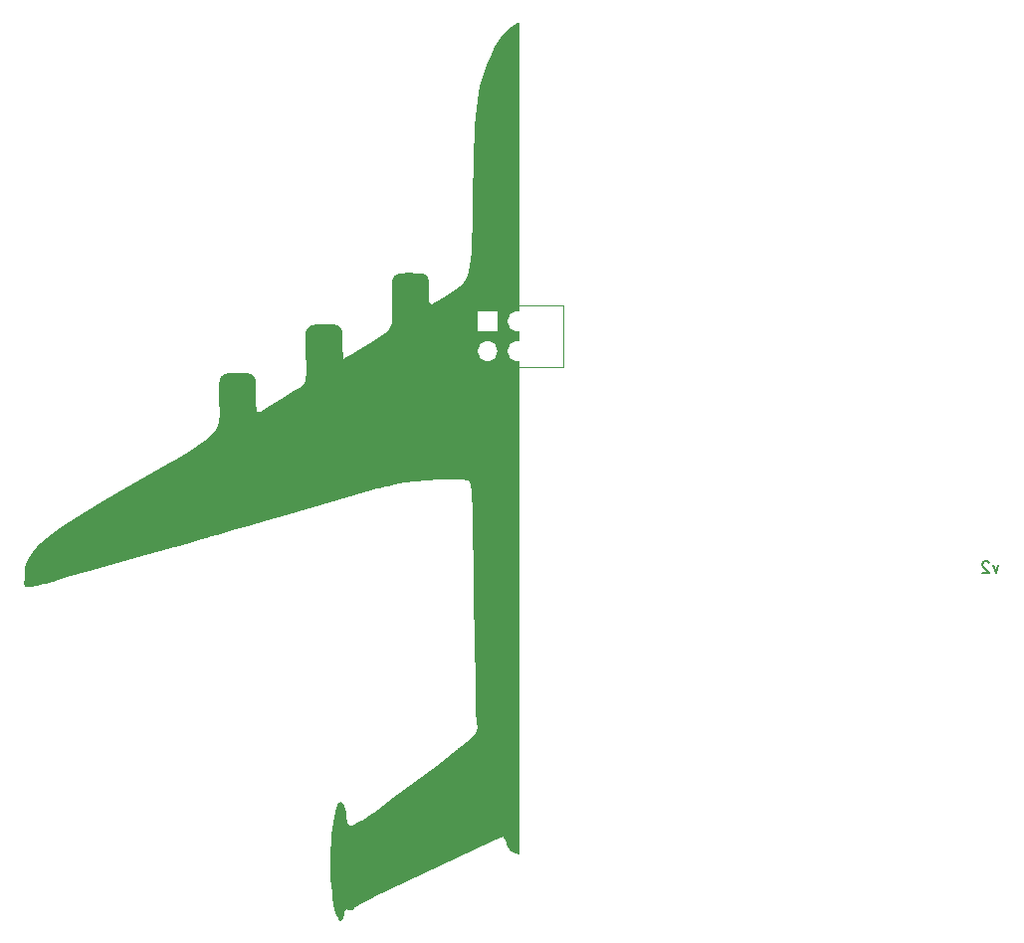
<source format=gbr>
G04 #@! TF.GenerationSoftware,KiCad,Pcbnew,(6.99.0-2452-gdb4f2d9dd8)*
G04 #@! TF.CreationDate,2022-07-20T23:01:19+09:00*
G04 #@! TF.ProjectId,an225,616e3232-352e-46b6-9963-61645f706362,rev?*
G04 #@! TF.SameCoordinates,Original*
G04 #@! TF.FileFunction,Legend,Bot*
G04 #@! TF.FilePolarity,Positive*
%FSLAX46Y46*%
G04 Gerber Fmt 4.6, Leading zero omitted, Abs format (unit mm)*
G04 Created by KiCad (PCBNEW (6.99.0-2452-gdb4f2d9dd8)) date 2022-07-20 23:01:19*
%MOMM*%
%LPD*%
G01*
G04 APERTURE LIST*
%ADD10C,0.150000*%
%ADD11C,0.120000*%
%ADD12R,1.700000X1.700000*%
%ADD13O,1.700000X1.700000*%
G04 APERTURE END LIST*
D10*
G36*
X119964600Y-116488121D02*
G01*
X119933849Y-116481606D01*
X119851254Y-116459116D01*
X119795043Y-116440500D01*
X119731303Y-116416233D01*
X119661845Y-116385764D01*
X119588481Y-116348540D01*
X119513021Y-116304008D01*
X119437277Y-116251617D01*
X119399864Y-116222302D01*
X119363058Y-116190814D01*
X119327087Y-116157086D01*
X119292177Y-116121048D01*
X119258553Y-116082631D01*
X119226443Y-116041765D01*
X119196072Y-115998383D01*
X119167668Y-115952414D01*
X119141455Y-115903790D01*
X119117662Y-115852442D01*
X119096513Y-115798301D01*
X119078237Y-115741298D01*
X119055598Y-115665219D01*
X119031984Y-115591274D01*
X119007587Y-115519845D01*
X118982596Y-115451316D01*
X118957203Y-115386068D01*
X118931599Y-115324485D01*
X118905974Y-115266950D01*
X118880520Y-115213846D01*
X118855427Y-115165556D01*
X118830887Y-115122462D01*
X118807090Y-115084947D01*
X118795529Y-115068402D01*
X118784226Y-115053395D01*
X118773205Y-115039974D01*
X118762488Y-115028188D01*
X118752101Y-115018083D01*
X118742066Y-115009708D01*
X118732408Y-115003111D01*
X118723151Y-114998340D01*
X118714318Y-114995442D01*
X118705933Y-114994465D01*
X118061823Y-115245360D01*
X116588012Y-115909220D01*
X112266026Y-117942898D01*
X107969452Y-120029620D01*
X106527406Y-120759784D01*
X105927767Y-121103505D01*
X105911818Y-121122795D01*
X105895967Y-121140981D01*
X105880209Y-121158064D01*
X105864540Y-121174043D01*
X105848955Y-121188920D01*
X105833449Y-121202695D01*
X105818018Y-121215369D01*
X105802655Y-121226943D01*
X105787357Y-121237417D01*
X105772120Y-121246792D01*
X105756937Y-121255070D01*
X105741804Y-121262250D01*
X105726717Y-121268333D01*
X105711671Y-121273320D01*
X105696660Y-121277213D01*
X105681681Y-121280010D01*
X105666728Y-121281714D01*
X105651796Y-121282325D01*
X105636881Y-121281844D01*
X105621979Y-121280271D01*
X105607083Y-121277607D01*
X105592189Y-121273852D01*
X105577294Y-121269009D01*
X105562390Y-121263076D01*
X105547475Y-121256056D01*
X105532544Y-121247948D01*
X105517590Y-121238754D01*
X105502610Y-121228474D01*
X105487599Y-121217109D01*
X105472552Y-121204659D01*
X105457464Y-121191125D01*
X105442331Y-121176509D01*
X105412453Y-121150035D01*
X105397836Y-121139688D01*
X105383428Y-121131273D01*
X105369226Y-121124797D01*
X105355226Y-121120265D01*
X105341424Y-121117680D01*
X105327815Y-121117050D01*
X105314397Y-121118379D01*
X105301165Y-121121671D01*
X105288116Y-121126934D01*
X105275244Y-121134170D01*
X105262548Y-121143386D01*
X105250022Y-121154588D01*
X105237663Y-121167779D01*
X105225467Y-121182966D01*
X105201549Y-121219345D01*
X105178236Y-121263768D01*
X105155497Y-121316276D01*
X105133301Y-121376910D01*
X105111618Y-121445711D01*
X105090416Y-121522722D01*
X105069664Y-121607983D01*
X105049332Y-121701536D01*
X104972624Y-121980642D01*
X104931247Y-122068985D01*
X104888200Y-122125065D01*
X104843743Y-122150290D01*
X104798134Y-122146068D01*
X104751632Y-122113805D01*
X104704497Y-122054911D01*
X104609365Y-121862857D01*
X104514810Y-121581167D01*
X104422905Y-121221104D01*
X104335723Y-120793928D01*
X104255339Y-120310903D01*
X104183825Y-119783290D01*
X104123254Y-119222350D01*
X104075700Y-118639345D01*
X104043235Y-118045538D01*
X104027934Y-117452190D01*
X104031870Y-116870563D01*
X104057115Y-116311918D01*
X104110098Y-115612383D01*
X104170353Y-114972092D01*
X104237000Y-114393142D01*
X104309154Y-113877626D01*
X104385932Y-113427641D01*
X104466453Y-113045281D01*
X104507841Y-112880115D01*
X104549834Y-112732642D01*
X104592320Y-112603122D01*
X104635190Y-112491818D01*
X104678334Y-112398991D01*
X104721641Y-112324904D01*
X104765000Y-112269819D01*
X104808302Y-112233997D01*
X104851435Y-112217700D01*
X104872905Y-112216955D01*
X104894291Y-112221190D01*
X104936758Y-112244729D01*
X104978725Y-112288579D01*
X105020083Y-112353002D01*
X105060722Y-112438259D01*
X105100530Y-112544613D01*
X105139398Y-112672326D01*
X105177215Y-112821658D01*
X105213871Y-112992873D01*
X105249256Y-113186232D01*
X105283258Y-113401997D01*
X105361652Y-113854206D01*
X105414893Y-114021021D01*
X105448738Y-114087812D01*
X105488817Y-114142841D01*
X105536189Y-114185597D01*
X105591917Y-114215566D01*
X105657062Y-114232236D01*
X105732685Y-114235095D01*
X105819848Y-114223629D01*
X105919612Y-114197326D01*
X106161190Y-114098158D01*
X106465911Y-113933490D01*
X106842266Y-113699222D01*
X107298747Y-113391252D01*
X107843846Y-113005479D01*
X109233864Y-111984121D01*
X111080254Y-110602337D01*
X112925953Y-109216005D01*
X113672122Y-108651518D01*
X114311137Y-108162800D01*
X114592953Y-107944507D01*
X114850971Y-107742338D01*
X115086187Y-107555355D01*
X115299598Y-107382619D01*
X115492200Y-107223190D01*
X115664991Y-107076129D01*
X115818967Y-106940497D01*
X115955125Y-106815355D01*
X116074461Y-106699764D01*
X116177973Y-106592785D01*
X116266657Y-106493478D01*
X116341509Y-106400905D01*
X116403527Y-106314126D01*
X116453707Y-106232202D01*
X116474670Y-106192767D01*
X116493046Y-106154194D01*
X116508962Y-106116365D01*
X116522541Y-106079163D01*
X116533908Y-106042470D01*
X116543188Y-106006170D01*
X116555984Y-105934275D01*
X116561926Y-105862539D01*
X116562011Y-105790024D01*
X116557235Y-105715790D01*
X116548595Y-105638898D01*
X116523709Y-105473384D01*
X116456358Y-104326334D01*
X116383213Y-101893970D01*
X116313097Y-98533063D01*
X116254833Y-94600384D01*
X116214219Y-91319893D01*
X116195649Y-89992653D01*
X116176919Y-88854672D01*
X116167185Y-88352104D01*
X116157039Y-87891391D01*
X116146359Y-87470714D01*
X116135020Y-87088253D01*
X116122899Y-86742188D01*
X116109873Y-86430699D01*
X116095817Y-86151967D01*
X116080608Y-85904171D01*
X116064123Y-85685491D01*
X116046237Y-85494109D01*
X116026828Y-85328204D01*
X116016513Y-85254237D01*
X116005771Y-85185957D01*
X115994586Y-85123136D01*
X115982943Y-85065546D01*
X115970826Y-85012962D01*
X115958220Y-84965154D01*
X115945109Y-84921896D01*
X115931478Y-84882960D01*
X115917312Y-84848118D01*
X115902594Y-84817144D01*
X115887311Y-84789809D01*
X115871445Y-84765886D01*
X115854982Y-84745148D01*
X115837906Y-84727367D01*
X115820202Y-84712316D01*
X115801854Y-84699767D01*
X115782847Y-84689493D01*
X115763166Y-84681266D01*
X115742794Y-84674858D01*
X115721717Y-84670043D01*
X115699919Y-84666593D01*
X115677384Y-84664281D01*
X115630043Y-84662158D01*
X115579572Y-84661854D01*
X115270940Y-84635437D01*
X114913257Y-84617474D01*
X114080250Y-84606213D01*
X113139579Y-84626673D01*
X112150272Y-84677453D01*
X111171357Y-84757153D01*
X110261862Y-84864374D01*
X109851592Y-84927868D01*
X109480814Y-84997717D01*
X109156904Y-85073747D01*
X108887241Y-85155781D01*
X108739084Y-85192021D01*
X108597398Y-85229484D01*
X108338125Y-85302267D01*
X108222885Y-85334683D01*
X108118806Y-85362512D01*
X108027062Y-85384301D01*
X107986182Y-85392477D01*
X107948825Y-85398598D01*
X100153920Y-87648208D01*
X98889389Y-88018931D01*
X97788671Y-88337649D01*
X96969971Y-88570404D01*
X96551494Y-88683235D01*
X96281284Y-88753110D01*
X95866273Y-88868918D01*
X95363014Y-89014556D01*
X94828055Y-89173926D01*
X94306869Y-89329469D01*
X93841116Y-89464696D01*
X93481617Y-89565097D01*
X93357594Y-89597701D01*
X93279193Y-89616157D01*
X93072061Y-89668589D01*
X92699739Y-89772718D01*
X92215008Y-89913462D01*
X91670648Y-90075743D01*
X91127127Y-90237903D01*
X90644678Y-90378313D01*
X90275733Y-90481945D01*
X90150209Y-90515273D01*
X90072724Y-90533772D01*
X88213681Y-91049721D01*
X84093222Y-92219011D01*
X81912520Y-92842771D01*
X81050094Y-93088705D01*
X80324128Y-93293068D01*
X79723004Y-93457659D01*
X79465627Y-93525600D01*
X79235103Y-93584272D01*
X79029982Y-93633898D01*
X78848809Y-93674703D01*
X78690133Y-93706913D01*
X78552502Y-93730750D01*
X78434464Y-93746440D01*
X78334566Y-93754208D01*
X78251355Y-93754277D01*
X78215554Y-93751495D01*
X78183381Y-93746873D01*
X78154653Y-93740439D01*
X78129190Y-93732220D01*
X78106809Y-93722245D01*
X78087330Y-93710542D01*
X78070571Y-93697139D01*
X78056350Y-93682064D01*
X78044485Y-93665345D01*
X78034796Y-93647010D01*
X78027100Y-93627088D01*
X78021216Y-93605606D01*
X78014159Y-93558074D01*
X78012172Y-93504641D01*
X78013803Y-93445531D01*
X78022109Y-93311175D01*
X78025880Y-93236379D01*
X78027460Y-93156804D01*
X78042168Y-92716065D01*
X78092301Y-92301944D01*
X78186874Y-91906690D01*
X78334900Y-91522552D01*
X78545395Y-91141778D01*
X78827372Y-90756617D01*
X79189846Y-90359319D01*
X79641830Y-89942131D01*
X80192341Y-89497304D01*
X80850390Y-89017086D01*
X81624994Y-88493725D01*
X82525166Y-87919471D01*
X84738271Y-86587278D01*
X87561821Y-84958499D01*
X89922075Y-83607505D01*
X90876619Y-83050943D01*
X91694548Y-82560647D01*
X92386191Y-82126849D01*
X92687883Y-81928085D01*
X92961878Y-81739782D01*
X93209467Y-81560720D01*
X93431941Y-81389679D01*
X93630591Y-81225435D01*
X93806709Y-81066770D01*
X93961585Y-80912462D01*
X94096512Y-80761289D01*
X94212779Y-80612032D01*
X94311680Y-80463469D01*
X94394504Y-80314378D01*
X94462543Y-80163540D01*
X94517089Y-80009733D01*
X94559432Y-79851736D01*
X94590864Y-79688328D01*
X94612676Y-79518289D01*
X94626160Y-79340397D01*
X94632607Y-79153431D01*
X94629553Y-78747394D01*
X94613844Y-78290411D01*
X94584089Y-77435356D01*
X94577910Y-77089412D01*
X94580310Y-76792799D01*
X94585379Y-76661806D01*
X94593374Y-76541722D01*
X94604557Y-76432073D01*
X94619188Y-76332385D01*
X94637527Y-76242183D01*
X94659836Y-76160994D01*
X94686375Y-76088343D01*
X94717404Y-76023755D01*
X94753184Y-75966757D01*
X94793976Y-75916873D01*
X94840040Y-75873630D01*
X94891638Y-75836554D01*
X94949029Y-75805169D01*
X95012474Y-75779002D01*
X95082235Y-75757578D01*
X95158571Y-75740423D01*
X95241743Y-75727063D01*
X95332012Y-75717023D01*
X95534883Y-75705007D01*
X95769270Y-75700580D01*
X96037256Y-75699947D01*
X96539822Y-75703313D01*
X96743154Y-75711308D01*
X96917491Y-75726876D01*
X96994483Y-75738289D01*
X97065064Y-75752542D01*
X97129511Y-75769952D01*
X97188103Y-75790832D01*
X97241120Y-75815499D01*
X97288839Y-75844269D01*
X97331541Y-75877456D01*
X97369503Y-75915378D01*
X97403004Y-75958348D01*
X97432324Y-76006683D01*
X97457740Y-76060699D01*
X97479532Y-76120710D01*
X97497979Y-76187032D01*
X97513359Y-76259982D01*
X97525951Y-76339874D01*
X97536034Y-76427025D01*
X97549787Y-76624363D01*
X97556850Y-76854520D01*
X97559824Y-77423391D01*
X97561406Y-78062704D01*
X97566591Y-78317264D01*
X97577557Y-78530550D01*
X97585877Y-78622214D01*
X97596444Y-78704156D01*
X97609525Y-78776578D01*
X97625389Y-78839676D01*
X97644301Y-78893652D01*
X97666531Y-78938704D01*
X97692345Y-78975031D01*
X97722009Y-79002832D01*
X97755793Y-79022307D01*
X97793963Y-79033655D01*
X97836786Y-79037075D01*
X97884529Y-79032766D01*
X97937461Y-79020928D01*
X97995848Y-79001759D01*
X98059958Y-78975459D01*
X98130058Y-78942228D01*
X98289297Y-78855765D01*
X98475705Y-78743965D01*
X98938580Y-78450727D01*
X99421897Y-78146085D01*
X99973444Y-77804495D01*
X100525272Y-77467733D01*
X101009430Y-77177574D01*
X101351480Y-76970296D01*
X101489539Y-76876811D01*
X101607479Y-76784016D01*
X101706692Y-76687348D01*
X101788573Y-76582247D01*
X101823450Y-76525109D01*
X101854515Y-76464152D01*
X101905911Y-76328503D01*
X101944154Y-76170738D01*
X101970638Y-75986297D01*
X101986756Y-75770619D01*
X101993902Y-75519142D01*
X101993469Y-75227307D01*
X101986849Y-74890552D01*
X101960626Y-74064039D01*
X101935344Y-73238725D01*
X101930961Y-72904815D01*
X101934884Y-72618519D01*
X101940616Y-72492081D01*
X101949212Y-72376174D01*
X101960934Y-72270339D01*
X101976045Y-72174119D01*
X101994807Y-72087055D01*
X102017483Y-72008690D01*
X102044335Y-71938565D01*
X102075625Y-71876224D01*
X102111617Y-71821208D01*
X102152572Y-71773060D01*
X102198754Y-71731321D01*
X102250424Y-71695534D01*
X102307845Y-71665241D01*
X102371280Y-71639984D01*
X102440991Y-71619306D01*
X102517240Y-71602747D01*
X102600290Y-71589852D01*
X102690404Y-71580161D01*
X102892872Y-71568563D01*
X103126743Y-71564290D01*
X103394118Y-71563679D01*
X103895530Y-71566634D01*
X104098394Y-71573651D01*
X104272331Y-71587317D01*
X104349146Y-71597335D01*
X104419565Y-71609846D01*
X104483864Y-71625128D01*
X104542322Y-71643456D01*
X104595216Y-71665108D01*
X104642826Y-71690362D01*
X104685430Y-71719493D01*
X104723305Y-71752779D01*
X104756729Y-71790498D01*
X104785981Y-71832925D01*
X104811339Y-71880339D01*
X104833081Y-71933016D01*
X104851485Y-71991232D01*
X104866830Y-72055266D01*
X104879393Y-72125394D01*
X104889453Y-72201892D01*
X104903175Y-72375111D01*
X104910221Y-72577138D01*
X104913188Y-73076481D01*
X104914179Y-73230189D01*
X104917088Y-73378808D01*
X104921815Y-73521600D01*
X104928264Y-73657830D01*
X104936335Y-73786761D01*
X104945932Y-73907657D01*
X104956957Y-74019781D01*
X104969310Y-74122397D01*
X104982895Y-74214770D01*
X104997614Y-74296161D01*
X105013368Y-74365836D01*
X105030060Y-74423057D01*
X105038727Y-74446768D01*
X105047592Y-74467089D01*
X105056642Y-74483929D01*
X105065865Y-74497195D01*
X105075249Y-74506796D01*
X105084782Y-74512639D01*
X105094452Y-74514633D01*
X105104245Y-74512684D01*
X105184453Y-74471838D01*
X105340140Y-74384514D01*
X105841195Y-74092159D01*
X106533895Y-73679063D01*
X107344724Y-73188669D01*
X108021038Y-72772292D01*
X108294364Y-72594704D01*
X108528319Y-72430448D01*
X108725789Y-72274221D01*
X108811745Y-72197462D01*
X108889663Y-72120723D01*
X108959903Y-72043340D01*
X109022827Y-71964651D01*
X109078795Y-71883993D01*
X109128169Y-71800704D01*
X109171309Y-71714121D01*
X109208576Y-71623580D01*
X109240331Y-71528421D01*
X109266935Y-71427979D01*
X109288749Y-71321592D01*
X109306134Y-71208597D01*
X109329061Y-70960134D01*
X109338601Y-70677289D01*
X109337643Y-70354758D01*
X109315781Y-69569436D01*
X109292871Y-68786552D01*
X109289431Y-68469808D01*
X109294139Y-68198231D01*
X109300206Y-68078294D01*
X109309099Y-67968345D01*
X109321081Y-67867951D01*
X109336415Y-67776677D01*
X109355364Y-67694089D01*
X109378190Y-67619753D01*
X109405158Y-67553234D01*
X109436529Y-67494098D01*
X109472567Y-67441910D01*
X109513535Y-67396237D01*
X109559696Y-67356644D01*
X109611313Y-67322697D01*
X109668648Y-67293961D01*
X109731965Y-67270003D01*
X109801526Y-67250387D01*
X109877596Y-67234681D01*
X109960436Y-67222448D01*
X110050309Y-67213255D01*
X110252209Y-67202253D01*
X110485399Y-67198200D01*
X110751982Y-67197621D01*
X111251907Y-67200314D01*
X111454170Y-67206709D01*
X111627591Y-67219164D01*
X111704179Y-67228295D01*
X111774388Y-67239697D01*
X111838497Y-67253625D01*
X111896781Y-67270329D01*
X111949519Y-67290063D01*
X111996988Y-67313078D01*
X112039465Y-67339629D01*
X112077228Y-67369966D01*
X112110553Y-67404342D01*
X112139718Y-67443010D01*
X112165001Y-67486222D01*
X112186679Y-67534232D01*
X112205028Y-67587290D01*
X112220327Y-67645650D01*
X112232853Y-67709564D01*
X112242883Y-67779284D01*
X112256565Y-67937154D01*
X112263590Y-68121280D01*
X112266548Y-68576378D01*
X112266792Y-69114741D01*
X112272250Y-69326889D01*
X112285849Y-69501569D01*
X112296774Y-69574988D01*
X112311023Y-69639195D01*
X112329024Y-69694244D01*
X112351208Y-69740185D01*
X112378005Y-69777070D01*
X112409842Y-69804952D01*
X112447151Y-69823883D01*
X112490360Y-69833913D01*
X112539900Y-69835096D01*
X112596199Y-69827483D01*
X112659687Y-69811126D01*
X112730794Y-69786077D01*
X112897583Y-69710111D01*
X113100000Y-69600000D01*
X113341482Y-69456160D01*
X113625466Y-69279007D01*
X114334683Y-68826420D01*
X114903816Y-68448928D01*
X115134593Y-68267990D01*
X115333139Y-68075790D01*
X115502174Y-67859980D01*
X115644419Y-67608209D01*
X115762593Y-67308128D01*
X115859418Y-66947388D01*
X115937613Y-66513638D01*
X115999900Y-65994529D01*
X116049000Y-65377712D01*
X116087631Y-64650837D01*
X116144375Y-62817515D01*
X116191895Y-60395765D01*
X116250013Y-57711357D01*
X116284471Y-56573874D01*
X116324861Y-55556223D01*
X116372936Y-54645916D01*
X116430447Y-53830468D01*
X116499145Y-53097391D01*
X116580780Y-52434199D01*
X116677105Y-51828406D01*
X116789870Y-51267524D01*
X116920826Y-50739067D01*
X117071724Y-50230548D01*
X117244316Y-49729481D01*
X117440352Y-49223379D01*
X117661584Y-48699755D01*
X117909763Y-48146122D01*
X117977843Y-48003647D01*
X118049317Y-47865696D01*
X118123819Y-47732268D01*
X118200986Y-47603362D01*
X118280453Y-47478980D01*
X118361856Y-47359121D01*
X118444830Y-47243784D01*
X118529013Y-47132971D01*
X118614038Y-47026680D01*
X118699543Y-46924913D01*
X118785162Y-46827669D01*
X118870532Y-46734947D01*
X119039066Y-46563073D01*
X119202232Y-46409291D01*
X119357114Y-46273602D01*
X119500800Y-46156004D01*
X119630375Y-46056498D01*
X119742925Y-45975084D01*
X119905296Y-45866532D01*
X119964600Y-45830348D01*
X119964600Y-116488121D01*
G37*
X119964600Y-116488121D02*
X119933849Y-116481606D01*
X119851254Y-116459116D01*
X119795043Y-116440500D01*
X119731303Y-116416233D01*
X119661845Y-116385764D01*
X119588481Y-116348540D01*
X119513021Y-116304008D01*
X119437277Y-116251617D01*
X119399864Y-116222302D01*
X119363058Y-116190814D01*
X119327087Y-116157086D01*
X119292177Y-116121048D01*
X119258553Y-116082631D01*
X119226443Y-116041765D01*
X119196072Y-115998383D01*
X119167668Y-115952414D01*
X119141455Y-115903790D01*
X119117662Y-115852442D01*
X119096513Y-115798301D01*
X119078237Y-115741298D01*
X119055598Y-115665219D01*
X119031984Y-115591274D01*
X119007587Y-115519845D01*
X118982596Y-115451316D01*
X118957203Y-115386068D01*
X118931599Y-115324485D01*
X118905974Y-115266950D01*
X118880520Y-115213846D01*
X118855427Y-115165556D01*
X118830887Y-115122462D01*
X118807090Y-115084947D01*
X118795529Y-115068402D01*
X118784226Y-115053395D01*
X118773205Y-115039974D01*
X118762488Y-115028188D01*
X118752101Y-115018083D01*
X118742066Y-115009708D01*
X118732408Y-115003111D01*
X118723151Y-114998340D01*
X118714318Y-114995442D01*
X118705933Y-114994465D01*
X118061823Y-115245360D01*
X116588012Y-115909220D01*
X112266026Y-117942898D01*
X107969452Y-120029620D01*
X106527406Y-120759784D01*
X105927767Y-121103505D01*
X105911818Y-121122795D01*
X105895967Y-121140981D01*
X105880209Y-121158064D01*
X105864540Y-121174043D01*
X105848955Y-121188920D01*
X105833449Y-121202695D01*
X105818018Y-121215369D01*
X105802655Y-121226943D01*
X105787357Y-121237417D01*
X105772120Y-121246792D01*
X105756937Y-121255070D01*
X105741804Y-121262250D01*
X105726717Y-121268333D01*
X105711671Y-121273320D01*
X105696660Y-121277213D01*
X105681681Y-121280010D01*
X105666728Y-121281714D01*
X105651796Y-121282325D01*
X105636881Y-121281844D01*
X105621979Y-121280271D01*
X105607083Y-121277607D01*
X105592189Y-121273852D01*
X105577294Y-121269009D01*
X105562390Y-121263076D01*
X105547475Y-121256056D01*
X105532544Y-121247948D01*
X105517590Y-121238754D01*
X105502610Y-121228474D01*
X105487599Y-121217109D01*
X105472552Y-121204659D01*
X105457464Y-121191125D01*
X105442331Y-121176509D01*
X105412453Y-121150035D01*
X105397836Y-121139688D01*
X105383428Y-121131273D01*
X105369226Y-121124797D01*
X105355226Y-121120265D01*
X105341424Y-121117680D01*
X105327815Y-121117050D01*
X105314397Y-121118379D01*
X105301165Y-121121671D01*
X105288116Y-121126934D01*
X105275244Y-121134170D01*
X105262548Y-121143386D01*
X105250022Y-121154588D01*
X105237663Y-121167779D01*
X105225467Y-121182966D01*
X105201549Y-121219345D01*
X105178236Y-121263768D01*
X105155497Y-121316276D01*
X105133301Y-121376910D01*
X105111618Y-121445711D01*
X105090416Y-121522722D01*
X105069664Y-121607983D01*
X105049332Y-121701536D01*
X104972624Y-121980642D01*
X104931247Y-122068985D01*
X104888200Y-122125065D01*
X104843743Y-122150290D01*
X104798134Y-122146068D01*
X104751632Y-122113805D01*
X104704497Y-122054911D01*
X104609365Y-121862857D01*
X104514810Y-121581167D01*
X104422905Y-121221104D01*
X104335723Y-120793928D01*
X104255339Y-120310903D01*
X104183825Y-119783290D01*
X104123254Y-119222350D01*
X104075700Y-118639345D01*
X104043235Y-118045538D01*
X104027934Y-117452190D01*
X104031870Y-116870563D01*
X104057115Y-116311918D01*
X104110098Y-115612383D01*
X104170353Y-114972092D01*
X104237000Y-114393142D01*
X104309154Y-113877626D01*
X104385932Y-113427641D01*
X104466453Y-113045281D01*
X104507841Y-112880115D01*
X104549834Y-112732642D01*
X104592320Y-112603122D01*
X104635190Y-112491818D01*
X104678334Y-112398991D01*
X104721641Y-112324904D01*
X104765000Y-112269819D01*
X104808302Y-112233997D01*
X104851435Y-112217700D01*
X104872905Y-112216955D01*
X104894291Y-112221190D01*
X104936758Y-112244729D01*
X104978725Y-112288579D01*
X105020083Y-112353002D01*
X105060722Y-112438259D01*
X105100530Y-112544613D01*
X105139398Y-112672326D01*
X105177215Y-112821658D01*
X105213871Y-112992873D01*
X105249256Y-113186232D01*
X105283258Y-113401997D01*
X105361652Y-113854206D01*
X105414893Y-114021021D01*
X105448738Y-114087812D01*
X105488817Y-114142841D01*
X105536189Y-114185597D01*
X105591917Y-114215566D01*
X105657062Y-114232236D01*
X105732685Y-114235095D01*
X105819848Y-114223629D01*
X105919612Y-114197326D01*
X106161190Y-114098158D01*
X106465911Y-113933490D01*
X106842266Y-113699222D01*
X107298747Y-113391252D01*
X107843846Y-113005479D01*
X109233864Y-111984121D01*
X111080254Y-110602337D01*
X112925953Y-109216005D01*
X113672122Y-108651518D01*
X114311137Y-108162800D01*
X114592953Y-107944507D01*
X114850971Y-107742338D01*
X115086187Y-107555355D01*
X115299598Y-107382619D01*
X115492200Y-107223190D01*
X115664991Y-107076129D01*
X115818967Y-106940497D01*
X115955125Y-106815355D01*
X116074461Y-106699764D01*
X116177973Y-106592785D01*
X116266657Y-106493478D01*
X116341509Y-106400905D01*
X116403527Y-106314126D01*
X116453707Y-106232202D01*
X116474670Y-106192767D01*
X116493046Y-106154194D01*
X116508962Y-106116365D01*
X116522541Y-106079163D01*
X116533908Y-106042470D01*
X116543188Y-106006170D01*
X116555984Y-105934275D01*
X116561926Y-105862539D01*
X116562011Y-105790024D01*
X116557235Y-105715790D01*
X116548595Y-105638898D01*
X116523709Y-105473384D01*
X116456358Y-104326334D01*
X116383213Y-101893970D01*
X116313097Y-98533063D01*
X116254833Y-94600384D01*
X116214219Y-91319893D01*
X116195649Y-89992653D01*
X116176919Y-88854672D01*
X116167185Y-88352104D01*
X116157039Y-87891391D01*
X116146359Y-87470714D01*
X116135020Y-87088253D01*
X116122899Y-86742188D01*
X116109873Y-86430699D01*
X116095817Y-86151967D01*
X116080608Y-85904171D01*
X116064123Y-85685491D01*
X116046237Y-85494109D01*
X116026828Y-85328204D01*
X116016513Y-85254237D01*
X116005771Y-85185957D01*
X115994586Y-85123136D01*
X115982943Y-85065546D01*
X115970826Y-85012962D01*
X115958220Y-84965154D01*
X115945109Y-84921896D01*
X115931478Y-84882960D01*
X115917312Y-84848118D01*
X115902594Y-84817144D01*
X115887311Y-84789809D01*
X115871445Y-84765886D01*
X115854982Y-84745148D01*
X115837906Y-84727367D01*
X115820202Y-84712316D01*
X115801854Y-84699767D01*
X115782847Y-84689493D01*
X115763166Y-84681266D01*
X115742794Y-84674858D01*
X115721717Y-84670043D01*
X115699919Y-84666593D01*
X115677384Y-84664281D01*
X115630043Y-84662158D01*
X115579572Y-84661854D01*
X115270940Y-84635437D01*
X114913257Y-84617474D01*
X114080250Y-84606213D01*
X113139579Y-84626673D01*
X112150272Y-84677453D01*
X111171357Y-84757153D01*
X110261862Y-84864374D01*
X109851592Y-84927868D01*
X109480814Y-84997717D01*
X109156904Y-85073747D01*
X108887241Y-85155781D01*
X108739084Y-85192021D01*
X108597398Y-85229484D01*
X108338125Y-85302267D01*
X108222885Y-85334683D01*
X108118806Y-85362512D01*
X108027062Y-85384301D01*
X107986182Y-85392477D01*
X107948825Y-85398598D01*
X100153920Y-87648208D01*
X98889389Y-88018931D01*
X97788671Y-88337649D01*
X96969971Y-88570404D01*
X96551494Y-88683235D01*
X96281284Y-88753110D01*
X95866273Y-88868918D01*
X95363014Y-89014556D01*
X94828055Y-89173926D01*
X94306869Y-89329469D01*
X93841116Y-89464696D01*
X93481617Y-89565097D01*
X93357594Y-89597701D01*
X93279193Y-89616157D01*
X93072061Y-89668589D01*
X92699739Y-89772718D01*
X92215008Y-89913462D01*
X91670648Y-90075743D01*
X91127127Y-90237903D01*
X90644678Y-90378313D01*
X90275733Y-90481945D01*
X90150209Y-90515273D01*
X90072724Y-90533772D01*
X88213681Y-91049721D01*
X84093222Y-92219011D01*
X81912520Y-92842771D01*
X81050094Y-93088705D01*
X80324128Y-93293068D01*
X79723004Y-93457659D01*
X79465627Y-93525600D01*
X79235103Y-93584272D01*
X79029982Y-93633898D01*
X78848809Y-93674703D01*
X78690133Y-93706913D01*
X78552502Y-93730750D01*
X78434464Y-93746440D01*
X78334566Y-93754208D01*
X78251355Y-93754277D01*
X78215554Y-93751495D01*
X78183381Y-93746873D01*
X78154653Y-93740439D01*
X78129190Y-93732220D01*
X78106809Y-93722245D01*
X78087330Y-93710542D01*
X78070571Y-93697139D01*
X78056350Y-93682064D01*
X78044485Y-93665345D01*
X78034796Y-93647010D01*
X78027100Y-93627088D01*
X78021216Y-93605606D01*
X78014159Y-93558074D01*
X78012172Y-93504641D01*
X78013803Y-93445531D01*
X78022109Y-93311175D01*
X78025880Y-93236379D01*
X78027460Y-93156804D01*
X78042168Y-92716065D01*
X78092301Y-92301944D01*
X78186874Y-91906690D01*
X78334900Y-91522552D01*
X78545395Y-91141778D01*
X78827372Y-90756617D01*
X79189846Y-90359319D01*
X79641830Y-89942131D01*
X80192341Y-89497304D01*
X80850390Y-89017086D01*
X81624994Y-88493725D01*
X82525166Y-87919471D01*
X84738271Y-86587278D01*
X87561821Y-84958499D01*
X89922075Y-83607505D01*
X90876619Y-83050943D01*
X91694548Y-82560647D01*
X92386191Y-82126849D01*
X92687883Y-81928085D01*
X92961878Y-81739782D01*
X93209467Y-81560720D01*
X93431941Y-81389679D01*
X93630591Y-81225435D01*
X93806709Y-81066770D01*
X93961585Y-80912462D01*
X94096512Y-80761289D01*
X94212779Y-80612032D01*
X94311680Y-80463469D01*
X94394504Y-80314378D01*
X94462543Y-80163540D01*
X94517089Y-80009733D01*
X94559432Y-79851736D01*
X94590864Y-79688328D01*
X94612676Y-79518289D01*
X94626160Y-79340397D01*
X94632607Y-79153431D01*
X94629553Y-78747394D01*
X94613844Y-78290411D01*
X94584089Y-77435356D01*
X94577910Y-77089412D01*
X94580310Y-76792799D01*
X94585379Y-76661806D01*
X94593374Y-76541722D01*
X94604557Y-76432073D01*
X94619188Y-76332385D01*
X94637527Y-76242183D01*
X94659836Y-76160994D01*
X94686375Y-76088343D01*
X94717404Y-76023755D01*
X94753184Y-75966757D01*
X94793976Y-75916873D01*
X94840040Y-75873630D01*
X94891638Y-75836554D01*
X94949029Y-75805169D01*
X95012474Y-75779002D01*
X95082235Y-75757578D01*
X95158571Y-75740423D01*
X95241743Y-75727063D01*
X95332012Y-75717023D01*
X95534883Y-75705007D01*
X95769270Y-75700580D01*
X96037256Y-75699947D01*
X96539822Y-75703313D01*
X96743154Y-75711308D01*
X96917491Y-75726876D01*
X96994483Y-75738289D01*
X97065064Y-75752542D01*
X97129511Y-75769952D01*
X97188103Y-75790832D01*
X97241120Y-75815499D01*
X97288839Y-75844269D01*
X97331541Y-75877456D01*
X97369503Y-75915378D01*
X97403004Y-75958348D01*
X97432324Y-76006683D01*
X97457740Y-76060699D01*
X97479532Y-76120710D01*
X97497979Y-76187032D01*
X97513359Y-76259982D01*
X97525951Y-76339874D01*
X97536034Y-76427025D01*
X97549787Y-76624363D01*
X97556850Y-76854520D01*
X97559824Y-77423391D01*
X97561406Y-78062704D01*
X97566591Y-78317264D01*
X97577557Y-78530550D01*
X97585877Y-78622214D01*
X97596444Y-78704156D01*
X97609525Y-78776578D01*
X97625389Y-78839676D01*
X97644301Y-78893652D01*
X97666531Y-78938704D01*
X97692345Y-78975031D01*
X97722009Y-79002832D01*
X97755793Y-79022307D01*
X97793963Y-79033655D01*
X97836786Y-79037075D01*
X97884529Y-79032766D01*
X97937461Y-79020928D01*
X97995848Y-79001759D01*
X98059958Y-78975459D01*
X98130058Y-78942228D01*
X98289297Y-78855765D01*
X98475705Y-78743965D01*
X98938580Y-78450727D01*
X99421897Y-78146085D01*
X99973444Y-77804495D01*
X100525272Y-77467733D01*
X101009430Y-77177574D01*
X101351480Y-76970296D01*
X101489539Y-76876811D01*
X101607479Y-76784016D01*
X101706692Y-76687348D01*
X101788573Y-76582247D01*
X101823450Y-76525109D01*
X101854515Y-76464152D01*
X101905911Y-76328503D01*
X101944154Y-76170738D01*
X101970638Y-75986297D01*
X101986756Y-75770619D01*
X101993902Y-75519142D01*
X101993469Y-75227307D01*
X101986849Y-74890552D01*
X101960626Y-74064039D01*
X101935344Y-73238725D01*
X101930961Y-72904815D01*
X101934884Y-72618519D01*
X101940616Y-72492081D01*
X101949212Y-72376174D01*
X101960934Y-72270339D01*
X101976045Y-72174119D01*
X101994807Y-72087055D01*
X102017483Y-72008690D01*
X102044335Y-71938565D01*
X102075625Y-71876224D01*
X102111617Y-71821208D01*
X102152572Y-71773060D01*
X102198754Y-71731321D01*
X102250424Y-71695534D01*
X102307845Y-71665241D01*
X102371280Y-71639984D01*
X102440991Y-71619306D01*
X102517240Y-71602747D01*
X102600290Y-71589852D01*
X102690404Y-71580161D01*
X102892872Y-71568563D01*
X103126743Y-71564290D01*
X103394118Y-71563679D01*
X103895530Y-71566634D01*
X104098394Y-71573651D01*
X104272331Y-71587317D01*
X104349146Y-71597335D01*
X104419565Y-71609846D01*
X104483864Y-71625128D01*
X104542322Y-71643456D01*
X104595216Y-71665108D01*
X104642826Y-71690362D01*
X104685430Y-71719493D01*
X104723305Y-71752779D01*
X104756729Y-71790498D01*
X104785981Y-71832925D01*
X104811339Y-71880339D01*
X104833081Y-71933016D01*
X104851485Y-71991232D01*
X104866830Y-72055266D01*
X104879393Y-72125394D01*
X104889453Y-72201892D01*
X104903175Y-72375111D01*
X104910221Y-72577138D01*
X104913188Y-73076481D01*
X104914179Y-73230189D01*
X104917088Y-73378808D01*
X104921815Y-73521600D01*
X104928264Y-73657830D01*
X104936335Y-73786761D01*
X104945932Y-73907657D01*
X104956957Y-74019781D01*
X104969310Y-74122397D01*
X104982895Y-74214770D01*
X104997614Y-74296161D01*
X105013368Y-74365836D01*
X105030060Y-74423057D01*
X105038727Y-74446768D01*
X105047592Y-74467089D01*
X105056642Y-74483929D01*
X105065865Y-74497195D01*
X105075249Y-74506796D01*
X105084782Y-74512639D01*
X105094452Y-74514633D01*
X105104245Y-74512684D01*
X105184453Y-74471838D01*
X105340140Y-74384514D01*
X105841195Y-74092159D01*
X106533895Y-73679063D01*
X107344724Y-73188669D01*
X108021038Y-72772292D01*
X108294364Y-72594704D01*
X108528319Y-72430448D01*
X108725789Y-72274221D01*
X108811745Y-72197462D01*
X108889663Y-72120723D01*
X108959903Y-72043340D01*
X109022827Y-71964651D01*
X109078795Y-71883993D01*
X109128169Y-71800704D01*
X109171309Y-71714121D01*
X109208576Y-71623580D01*
X109240331Y-71528421D01*
X109266935Y-71427979D01*
X109288749Y-71321592D01*
X109306134Y-71208597D01*
X109329061Y-70960134D01*
X109338601Y-70677289D01*
X109337643Y-70354758D01*
X109315781Y-69569436D01*
X109292871Y-68786552D01*
X109289431Y-68469808D01*
X109294139Y-68198231D01*
X109300206Y-68078294D01*
X109309099Y-67968345D01*
X109321081Y-67867951D01*
X109336415Y-67776677D01*
X109355364Y-67694089D01*
X109378190Y-67619753D01*
X109405158Y-67553234D01*
X109436529Y-67494098D01*
X109472567Y-67441910D01*
X109513535Y-67396237D01*
X109559696Y-67356644D01*
X109611313Y-67322697D01*
X109668648Y-67293961D01*
X109731965Y-67270003D01*
X109801526Y-67250387D01*
X109877596Y-67234681D01*
X109960436Y-67222448D01*
X110050309Y-67213255D01*
X110252209Y-67202253D01*
X110485399Y-67198200D01*
X110751982Y-67197621D01*
X111251907Y-67200314D01*
X111454170Y-67206709D01*
X111627591Y-67219164D01*
X111704179Y-67228295D01*
X111774388Y-67239697D01*
X111838497Y-67253625D01*
X111896781Y-67270329D01*
X111949519Y-67290063D01*
X111996988Y-67313078D01*
X112039465Y-67339629D01*
X112077228Y-67369966D01*
X112110553Y-67404342D01*
X112139718Y-67443010D01*
X112165001Y-67486222D01*
X112186679Y-67534232D01*
X112205028Y-67587290D01*
X112220327Y-67645650D01*
X112232853Y-67709564D01*
X112242883Y-67779284D01*
X112256565Y-67937154D01*
X112263590Y-68121280D01*
X112266548Y-68576378D01*
X112266792Y-69114741D01*
X112272250Y-69326889D01*
X112285849Y-69501569D01*
X112296774Y-69574988D01*
X112311023Y-69639195D01*
X112329024Y-69694244D01*
X112351208Y-69740185D01*
X112378005Y-69777070D01*
X112409842Y-69804952D01*
X112447151Y-69823883D01*
X112490360Y-69833913D01*
X112539900Y-69835096D01*
X112596199Y-69827483D01*
X112659687Y-69811126D01*
X112730794Y-69786077D01*
X112897583Y-69710111D01*
X113100000Y-69600000D01*
X113341482Y-69456160D01*
X113625466Y-69279007D01*
X114334683Y-68826420D01*
X114903816Y-68448928D01*
X115134593Y-68267990D01*
X115333139Y-68075790D01*
X115502174Y-67859980D01*
X115644419Y-67608209D01*
X115762593Y-67308128D01*
X115859418Y-66947388D01*
X115937613Y-66513638D01*
X115999900Y-65994529D01*
X116049000Y-65377712D01*
X116087631Y-64650837D01*
X116144375Y-62817515D01*
X116191895Y-60395765D01*
X116250013Y-57711357D01*
X116284471Y-56573874D01*
X116324861Y-55556223D01*
X116372936Y-54645916D01*
X116430447Y-53830468D01*
X116499145Y-53097391D01*
X116580780Y-52434199D01*
X116677105Y-51828406D01*
X116789870Y-51267524D01*
X116920826Y-50739067D01*
X117071724Y-50230548D01*
X117244316Y-49729481D01*
X117440352Y-49223379D01*
X117661584Y-48699755D01*
X117909763Y-48146122D01*
X117977843Y-48003647D01*
X118049317Y-47865696D01*
X118123819Y-47732268D01*
X118200986Y-47603362D01*
X118280453Y-47478980D01*
X118361856Y-47359121D01*
X118444830Y-47243784D01*
X118529013Y-47132971D01*
X118614038Y-47026680D01*
X118699543Y-46924913D01*
X118785162Y-46827669D01*
X118870532Y-46734947D01*
X119039066Y-46563073D01*
X119202232Y-46409291D01*
X119357114Y-46273602D01*
X119500800Y-46156004D01*
X119630375Y-46056498D01*
X119742925Y-45975084D01*
X119905296Y-45866532D01*
X119964600Y-45830348D01*
X119964600Y-116488121D01*
X160814285Y-92000714D02*
X160576190Y-92667380D01*
X160576190Y-92667380D02*
X160338095Y-92000714D01*
X160004761Y-91762619D02*
X159957142Y-91715000D01*
X159957142Y-91715000D02*
X159861904Y-91667380D01*
X159861904Y-91667380D02*
X159623809Y-91667380D01*
X159623809Y-91667380D02*
X159528571Y-91715000D01*
X159528571Y-91715000D02*
X159480952Y-91762619D01*
X159480952Y-91762619D02*
X159433333Y-91857857D01*
X159433333Y-91857857D02*
X159433333Y-91953095D01*
X159433333Y-91953095D02*
X159480952Y-92095952D01*
X159480952Y-92095952D02*
X160052380Y-92667380D01*
X160052380Y-92667380D02*
X159433333Y-92667380D01*
D11*
X123785000Y-69895000D02*
X123785000Y-75095000D01*
X118645000Y-69895000D02*
X123785000Y-69895000D01*
X118645000Y-69895000D02*
X118645000Y-72495000D01*
X117375000Y-69895000D02*
X116045000Y-69895000D01*
X116045000Y-69895000D02*
X116045000Y-71225000D01*
X118645000Y-72495000D02*
X116045000Y-72495000D01*
X116045000Y-72495000D02*
X116045000Y-75095000D01*
X116045000Y-75095000D02*
X123785000Y-75095000D01*
%LPC*%
D12*
X117374999Y-71224999D03*
D13*
X117374999Y-73764999D03*
X119914999Y-71224999D03*
X119914999Y-73764999D03*
X122454999Y-71224999D03*
X122454999Y-73764999D03*
M02*

</source>
